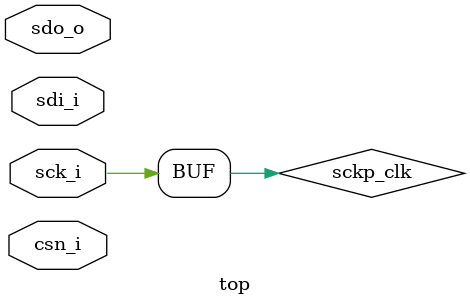
<source format=v>
/* Machine-generated using Migen */
module top(
	input sck_i,
	input sdi_i,
	input sdo_o,
	input csn_i
);

wire sckn_clk;
wire sckp_clk;
wire csni_clk;
reg [7:0] reg_i = 8'd0;
reg [7:0] cnt = 8'd0;

// synthesis translate_off
reg dummy_s;
initial dummy_s <= 1'd0;
// synthesis translate_on

assign sckn_clk = (~sck_i);
assign sckp_clk = sck_i;
assign csni_clk = (~csn_i);

always @(posedge csni_clk) begin
	reg_i <= 1'd0;
	cnt <= 1'd0;
end

always @(posedge sckn_clk) begin
	if (((cnt < 4'd8) & (~csn_i))) begin
		cnt <= (cnt + 1'd1);
		reg_i <= (reg_i <<< 1'd1);
	end
end

always @(posedge sckp_clk) begin
	if (((cnt < 4'd8) & (~csn_i))) begin
		if (sdi_i) begin
			reg_i[0] <= 1'd1;
		end else begin
			reg_i[0] <= 1'd0;
		end
	end
end

endmodule



</source>
